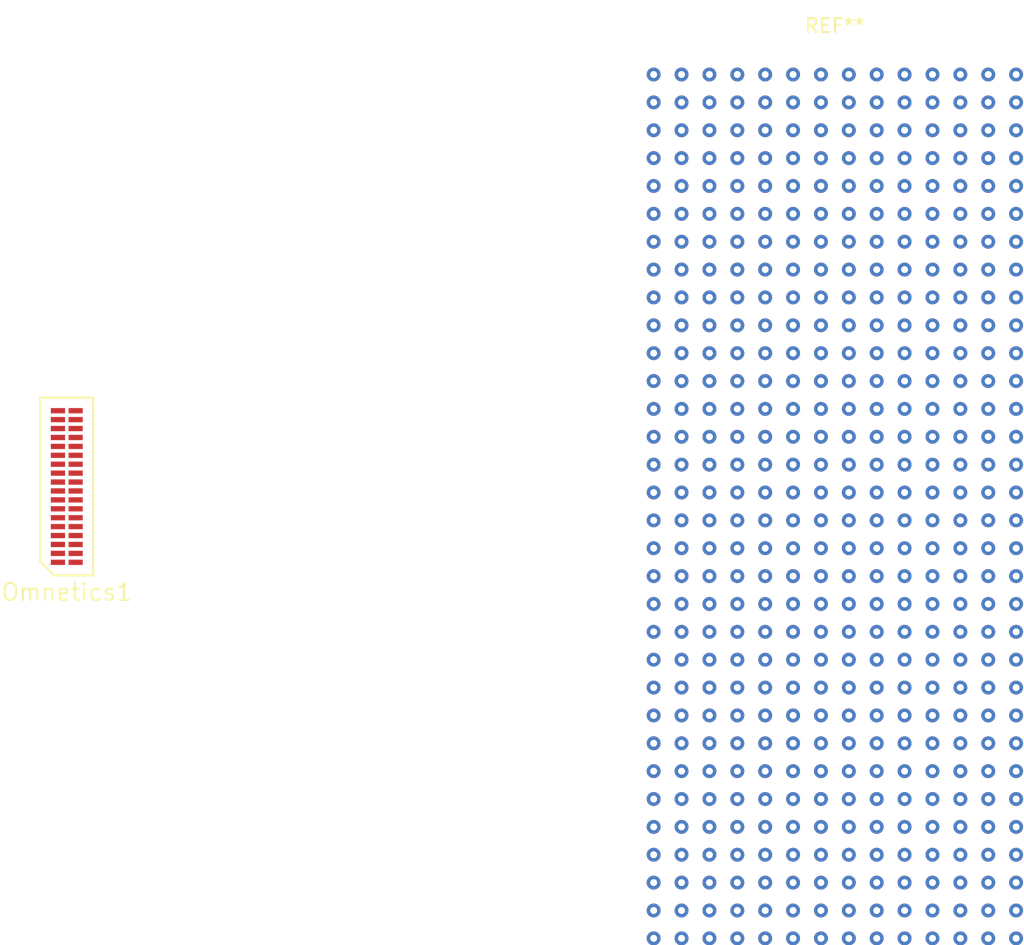
<source format=kicad_pcb>
(kicad_pcb (version 4) (host pcbnew 4.0.7)

  (general
    (links 0)
    (no_connects 0)
    (area 0 0 0 0)
    (thickness 1.6)
    (drawings 0)
    (tracks 0)
    (zones 0)
    (modules 2)
    (nets 1)
  )

  (page A4)
  (layers
    (0 F.Cu signal)
    (31 B.Cu signal)
    (32 B.Adhes user)
    (33 F.Adhes user)
    (34 B.Paste user)
    (35 F.Paste user)
    (36 B.SilkS user)
    (37 F.SilkS user)
    (38 B.Mask user)
    (39 F.Mask user)
    (40 Dwgs.User user)
    (41 Cmts.User user)
    (42 Eco1.User user)
    (43 Eco2.User user)
    (44 Edge.Cuts user)
    (45 Margin user)
    (46 B.CrtYd user)
    (47 F.CrtYd user)
    (48 B.Fab user)
    (49 F.Fab user)
  )

  (setup
    (last_trace_width 0.254)
    (trace_clearance 0.254)
    (zone_clearance 0.508)
    (zone_45_only no)
    (trace_min 0.254)
    (segment_width 0.2)
    (edge_width 0.15)
    (via_size 0.508)
    (via_drill 0.254)
    (via_min_size 0.508)
    (via_min_drill 0.254)
    (uvia_size 0.3)
    (uvia_drill 0.1)
    (uvias_allowed no)
    (uvia_min_size 0.2)
    (uvia_min_drill 0.1)
    (pcb_text_width 0.3)
    (pcb_text_size 1.5 1.5)
    (mod_edge_width 0.15)
    (mod_text_size 1 1)
    (mod_text_width 0.15)
    (pad_size 1.524 1.524)
    (pad_drill 0.762)
    (pad_to_mask_clearance 0.2)
    (aux_axis_origin 0 0)
    (visible_elements FFFFFF7F)
    (pcbplotparams
      (layerselection 0x00030_80000001)
      (usegerberextensions false)
      (excludeedgelayer true)
      (linewidth 0.100000)
      (plotframeref false)
      (viasonmask false)
      (mode 1)
      (useauxorigin false)
      (hpglpennumber 1)
      (hpglpenspeed 20)
      (hpglpendiameter 15)
      (hpglpenoverlay 2)
      (psnegative false)
      (psa4output false)
      (plotreference true)
      (plotvalue true)
      (plotinvisibletext false)
      (padsonsilk false)
      (subtractmaskfromsilk false)
      (outputformat 1)
      (mirror false)
      (drillshape 1)
      (scaleselection 1)
      (outputdirectory ""))
  )

  (net 0 "")

  (net_class Default "This is the default net class."
    (clearance 0.254)
    (trace_width 0.254)
    (via_dia 0.508)
    (via_drill 0.254)
    (uvia_dia 0.3)
    (uvia_drill 0.1)
  )

  (module local_footrpints:Samtec_Omnetics_Grid_Interconnect (layer F.Cu) (tedit 5B64EEB3) (tstamp 5B64FA84)
    (at 144 82)
    (fp_text reference REF** (at 0 0.5) (layer F.SilkS)
      (effects (font (size 1 1) (thickness 0.15)))
    )
    (fp_text value Samtec_Omnetics_Grid_Interconnect (at 0 -0.5) (layer F.Fab)
      (effects (font (size 1 1) (thickness 0.15)))
    )
    (pad A1 thru_hole circle (at -13 4) (size 1 1) (drill 0.5) (layers *.Cu *.Mask))
    (pad B1 thru_hole circle (at -11 4) (size 1 1) (drill 0.5) (layers *.Cu *.Mask))
    (pad C1 thru_hole circle (at -9 4) (size 1 1) (drill 0.5) (layers *.Cu *.Mask))
    (pad D1 thru_hole circle (at -7 4) (size 1 1) (drill 0.5) (layers *.Cu *.Mask))
    (pad E1 thru_hole circle (at -5 4) (size 1 1) (drill 0.5) (layers *.Cu *.Mask))
    (pad F1 thru_hole circle (at -3 4) (size 1 1) (drill 0.5) (layers *.Cu *.Mask))
    (pad G1 thru_hole circle (at -1 4) (size 1 1) (drill 0.5) (layers *.Cu *.Mask))
    (pad H1 thru_hole circle (at 1 4) (size 1 1) (drill 0.5) (layers *.Cu *.Mask))
    (pad I1 thru_hole circle (at 3 4) (size 1 1) (drill 0.5) (layers *.Cu *.Mask))
    (pad J1 thru_hole circle (at 5 4) (size 1 1) (drill 0.5) (layers *.Cu *.Mask))
    (pad K1 thru_hole circle (at 7 4) (size 1 1) (drill 0.5) (layers *.Cu *.Mask))
    (pad L1 thru_hole circle (at 9 4) (size 1 1) (drill 0.5) (layers *.Cu *.Mask))
    (pad M1 thru_hole circle (at 11 4) (size 1 1) (drill 0.5) (layers *.Cu *.Mask))
    (pad N1 thru_hole circle (at 13 4) (size 1 1) (drill 0.5) (layers *.Cu *.Mask))
    (pad A2 thru_hole circle (at -13 6) (size 1 1) (drill 0.5) (layers *.Cu *.Mask))
    (pad B2 thru_hole circle (at -11 6) (size 1 1) (drill 0.5) (layers *.Cu *.Mask))
    (pad C2 thru_hole circle (at -9 6) (size 1 1) (drill 0.5) (layers *.Cu *.Mask))
    (pad D2 thru_hole circle (at -7 6) (size 1 1) (drill 0.5) (layers *.Cu *.Mask))
    (pad E2 thru_hole circle (at -5 6) (size 1 1) (drill 0.5) (layers *.Cu *.Mask))
    (pad F2 thru_hole circle (at -3 6) (size 1 1) (drill 0.5) (layers *.Cu *.Mask))
    (pad G2 thru_hole circle (at -1 6) (size 1 1) (drill 0.5) (layers *.Cu *.Mask))
    (pad H2 thru_hole circle (at 1 6) (size 1 1) (drill 0.5) (layers *.Cu *.Mask))
    (pad I2 thru_hole circle (at 3 6) (size 1 1) (drill 0.5) (layers *.Cu *.Mask))
    (pad J2 thru_hole circle (at 5 6) (size 1 1) (drill 0.5) (layers *.Cu *.Mask))
    (pad K2 thru_hole circle (at 7 6) (size 1 1) (drill 0.5) (layers *.Cu *.Mask))
    (pad L2 thru_hole circle (at 9 6) (size 1 1) (drill 0.5) (layers *.Cu *.Mask))
    (pad M2 thru_hole circle (at 11 6) (size 1 1) (drill 0.5) (layers *.Cu *.Mask))
    (pad N2 thru_hole circle (at 13 6) (size 1 1) (drill 0.5) (layers *.Cu *.Mask))
    (pad A3 thru_hole circle (at -13 8) (size 1 1) (drill 0.5) (layers *.Cu *.Mask))
    (pad B3 thru_hole circle (at -11 8) (size 1 1) (drill 0.5) (layers *.Cu *.Mask))
    (pad C3 thru_hole circle (at -9 8) (size 1 1) (drill 0.5) (layers *.Cu *.Mask))
    (pad D3 thru_hole circle (at -7 8) (size 1 1) (drill 0.5) (layers *.Cu *.Mask))
    (pad E3 thru_hole circle (at -5 8) (size 1 1) (drill 0.5) (layers *.Cu *.Mask))
    (pad F3 thru_hole circle (at -3 8) (size 1 1) (drill 0.5) (layers *.Cu *.Mask))
    (pad G3 thru_hole circle (at -1 8) (size 1 1) (drill 0.5) (layers *.Cu *.Mask))
    (pad H3 thru_hole circle (at 1 8) (size 1 1) (drill 0.5) (layers *.Cu *.Mask))
    (pad I3 thru_hole circle (at 3 8) (size 1 1) (drill 0.5) (layers *.Cu *.Mask))
    (pad J3 thru_hole circle (at 5 8) (size 1 1) (drill 0.5) (layers *.Cu *.Mask))
    (pad K3 thru_hole circle (at 7 8) (size 1 1) (drill 0.5) (layers *.Cu *.Mask))
    (pad L3 thru_hole circle (at 9 8) (size 1 1) (drill 0.5) (layers *.Cu *.Mask))
    (pad M3 thru_hole circle (at 11 8) (size 1 1) (drill 0.5) (layers *.Cu *.Mask))
    (pad N3 thru_hole circle (at 13 8) (size 1 1) (drill 0.5) (layers *.Cu *.Mask))
    (pad A4 thru_hole circle (at -13 10) (size 1 1) (drill 0.5) (layers *.Cu *.Mask))
    (pad B4 thru_hole circle (at -11 10) (size 1 1) (drill 0.5) (layers *.Cu *.Mask))
    (pad C4 thru_hole circle (at -9 10) (size 1 1) (drill 0.5) (layers *.Cu *.Mask))
    (pad D4 thru_hole circle (at -7 10) (size 1 1) (drill 0.5) (layers *.Cu *.Mask))
    (pad E4 thru_hole circle (at -5 10) (size 1 1) (drill 0.5) (layers *.Cu *.Mask))
    (pad F4 thru_hole circle (at -3 10) (size 1 1) (drill 0.5) (layers *.Cu *.Mask))
    (pad G4 thru_hole circle (at -1 10) (size 1 1) (drill 0.5) (layers *.Cu *.Mask))
    (pad H4 thru_hole circle (at 1 10) (size 1 1) (drill 0.5) (layers *.Cu *.Mask))
    (pad I4 thru_hole circle (at 3 10) (size 1 1) (drill 0.5) (layers *.Cu *.Mask))
    (pad J4 thru_hole circle (at 5 10) (size 1 1) (drill 0.5) (layers *.Cu *.Mask))
    (pad K4 thru_hole circle (at 7 10) (size 1 1) (drill 0.5) (layers *.Cu *.Mask))
    (pad L4 thru_hole circle (at 9 10) (size 1 1) (drill 0.5) (layers *.Cu *.Mask))
    (pad M4 thru_hole circle (at 11 10) (size 1 1) (drill 0.5) (layers *.Cu *.Mask))
    (pad N4 thru_hole circle (at 13 10) (size 1 1) (drill 0.5) (layers *.Cu *.Mask))
    (pad A5 thru_hole circle (at -13 12) (size 1 1) (drill 0.5) (layers *.Cu *.Mask))
    (pad B5 thru_hole circle (at -11 12) (size 1 1) (drill 0.5) (layers *.Cu *.Mask))
    (pad C5 thru_hole circle (at -9 12) (size 1 1) (drill 0.5) (layers *.Cu *.Mask))
    (pad D5 thru_hole circle (at -7 12) (size 1 1) (drill 0.5) (layers *.Cu *.Mask))
    (pad E5 thru_hole circle (at -5 12) (size 1 1) (drill 0.5) (layers *.Cu *.Mask))
    (pad F5 thru_hole circle (at -3 12) (size 1 1) (drill 0.5) (layers *.Cu *.Mask))
    (pad G5 thru_hole circle (at -1 12) (size 1 1) (drill 0.5) (layers *.Cu *.Mask))
    (pad H5 thru_hole circle (at 1 12) (size 1 1) (drill 0.5) (layers *.Cu *.Mask))
    (pad I5 thru_hole circle (at 3 12) (size 1 1) (drill 0.5) (layers *.Cu *.Mask))
    (pad J5 thru_hole circle (at 5 12) (size 1 1) (drill 0.5) (layers *.Cu *.Mask))
    (pad K5 thru_hole circle (at 7 12) (size 1 1) (drill 0.5) (layers *.Cu *.Mask))
    (pad L5 thru_hole circle (at 9 12) (size 1 1) (drill 0.5) (layers *.Cu *.Mask))
    (pad M5 thru_hole circle (at 11 12) (size 1 1) (drill 0.5) (layers *.Cu *.Mask))
    (pad N5 thru_hole circle (at 13 12) (size 1 1) (drill 0.5) (layers *.Cu *.Mask))
    (pad A6 thru_hole circle (at -13 14) (size 1 1) (drill 0.5) (layers *.Cu *.Mask))
    (pad B6 thru_hole circle (at -11 14) (size 1 1) (drill 0.5) (layers *.Cu *.Mask))
    (pad C6 thru_hole circle (at -9 14) (size 1 1) (drill 0.5) (layers *.Cu *.Mask))
    (pad D6 thru_hole circle (at -7 14) (size 1 1) (drill 0.5) (layers *.Cu *.Mask))
    (pad E6 thru_hole circle (at -5 14) (size 1 1) (drill 0.5) (layers *.Cu *.Mask))
    (pad F6 thru_hole circle (at -3 14) (size 1 1) (drill 0.5) (layers *.Cu *.Mask))
    (pad G6 thru_hole circle (at -1 14) (size 1 1) (drill 0.5) (layers *.Cu *.Mask))
    (pad H6 thru_hole circle (at 1 14) (size 1 1) (drill 0.5) (layers *.Cu *.Mask))
    (pad I6 thru_hole circle (at 3 14) (size 1 1) (drill 0.5) (layers *.Cu *.Mask))
    (pad J6 thru_hole circle (at 5 14) (size 1 1) (drill 0.5) (layers *.Cu *.Mask))
    (pad K6 thru_hole circle (at 7 14) (size 1 1) (drill 0.5) (layers *.Cu *.Mask))
    (pad L6 thru_hole circle (at 9 14) (size 1 1) (drill 0.5) (layers *.Cu *.Mask))
    (pad M6 thru_hole circle (at 11 14) (size 1 1) (drill 0.5) (layers *.Cu *.Mask))
    (pad N6 thru_hole circle (at 13 14) (size 1 1) (drill 0.5) (layers *.Cu *.Mask))
    (pad A7 thru_hole circle (at -13 16) (size 1 1) (drill 0.5) (layers *.Cu *.Mask))
    (pad B7 thru_hole circle (at -11 16) (size 1 1) (drill 0.5) (layers *.Cu *.Mask))
    (pad C7 thru_hole circle (at -9 16) (size 1 1) (drill 0.5) (layers *.Cu *.Mask))
    (pad D7 thru_hole circle (at -7 16) (size 1 1) (drill 0.5) (layers *.Cu *.Mask))
    (pad E7 thru_hole circle (at -5 16) (size 1 1) (drill 0.5) (layers *.Cu *.Mask))
    (pad F7 thru_hole circle (at -3 16) (size 1 1) (drill 0.5) (layers *.Cu *.Mask))
    (pad G7 thru_hole circle (at -1 16) (size 1 1) (drill 0.5) (layers *.Cu *.Mask))
    (pad H7 thru_hole circle (at 1 16) (size 1 1) (drill 0.5) (layers *.Cu *.Mask))
    (pad I7 thru_hole circle (at 3 16) (size 1 1) (drill 0.5) (layers *.Cu *.Mask))
    (pad J7 thru_hole circle (at 5 16) (size 1 1) (drill 0.5) (layers *.Cu *.Mask))
    (pad K7 thru_hole circle (at 7 16) (size 1 1) (drill 0.5) (layers *.Cu *.Mask))
    (pad L7 thru_hole circle (at 9 16) (size 1 1) (drill 0.5) (layers *.Cu *.Mask))
    (pad M7 thru_hole circle (at 11 16) (size 1 1) (drill 0.5) (layers *.Cu *.Mask))
    (pad N7 thru_hole circle (at 13 16) (size 1 1) (drill 0.5) (layers *.Cu *.Mask))
    (pad A8 thru_hole circle (at -13 18) (size 1 1) (drill 0.5) (layers *.Cu *.Mask))
    (pad B8 thru_hole circle (at -11 18) (size 1 1) (drill 0.5) (layers *.Cu *.Mask))
    (pad C8 thru_hole circle (at -9 18) (size 1 1) (drill 0.5) (layers *.Cu *.Mask))
    (pad D8 thru_hole circle (at -7 18) (size 1 1) (drill 0.5) (layers *.Cu *.Mask))
    (pad E8 thru_hole circle (at -5 18) (size 1 1) (drill 0.5) (layers *.Cu *.Mask))
    (pad F8 thru_hole circle (at -3 18) (size 1 1) (drill 0.5) (layers *.Cu *.Mask))
    (pad G8 thru_hole circle (at -1 18) (size 1 1) (drill 0.5) (layers *.Cu *.Mask))
    (pad H8 thru_hole circle (at 1 18) (size 1 1) (drill 0.5) (layers *.Cu *.Mask))
    (pad I8 thru_hole circle (at 3 18) (size 1 1) (drill 0.5) (layers *.Cu *.Mask))
    (pad J8 thru_hole circle (at 5 18) (size 1 1) (drill 0.5) (layers *.Cu *.Mask))
    (pad K8 thru_hole circle (at 7 18) (size 1 1) (drill 0.5) (layers *.Cu *.Mask))
    (pad L8 thru_hole circle (at 9 18) (size 1 1) (drill 0.5) (layers *.Cu *.Mask))
    (pad M8 thru_hole circle (at 11 18) (size 1 1) (drill 0.5) (layers *.Cu *.Mask))
    (pad N8 thru_hole circle (at 13 18) (size 1 1) (drill 0.5) (layers *.Cu *.Mask))
    (pad A9 thru_hole circle (at -13 20) (size 1 1) (drill 0.5) (layers *.Cu *.Mask))
    (pad B9 thru_hole circle (at -11 20) (size 1 1) (drill 0.5) (layers *.Cu *.Mask))
    (pad C9 thru_hole circle (at -9 20) (size 1 1) (drill 0.5) (layers *.Cu *.Mask))
    (pad D9 thru_hole circle (at -7 20) (size 1 1) (drill 0.5) (layers *.Cu *.Mask))
    (pad E9 thru_hole circle (at -5 20) (size 1 1) (drill 0.5) (layers *.Cu *.Mask))
    (pad F9 thru_hole circle (at -3 20) (size 1 1) (drill 0.5) (layers *.Cu *.Mask))
    (pad G9 thru_hole circle (at -1 20) (size 1 1) (drill 0.5) (layers *.Cu *.Mask))
    (pad H9 thru_hole circle (at 1 20) (size 1 1) (drill 0.5) (layers *.Cu *.Mask))
    (pad I9 thru_hole circle (at 3 20) (size 1 1) (drill 0.5) (layers *.Cu *.Mask))
    (pad J9 thru_hole circle (at 5 20) (size 1 1) (drill 0.5) (layers *.Cu *.Mask))
    (pad K9 thru_hole circle (at 7 20) (size 1 1) (drill 0.5) (layers *.Cu *.Mask))
    (pad L9 thru_hole circle (at 9 20) (size 1 1) (drill 0.5) (layers *.Cu *.Mask))
    (pad M9 thru_hole circle (at 11 20) (size 1 1) (drill 0.5) (layers *.Cu *.Mask))
    (pad N9 thru_hole circle (at 13 20) (size 1 1) (drill 0.5) (layers *.Cu *.Mask))
    (pad A10 thru_hole circle (at -13 22) (size 1 1) (drill 0.5) (layers *.Cu *.Mask))
    (pad B10 thru_hole circle (at -11 22) (size 1 1) (drill 0.5) (layers *.Cu *.Mask))
    (pad C10 thru_hole circle (at -9 22) (size 1 1) (drill 0.5) (layers *.Cu *.Mask))
    (pad D10 thru_hole circle (at -7 22) (size 1 1) (drill 0.5) (layers *.Cu *.Mask))
    (pad E10 thru_hole circle (at -5 22) (size 1 1) (drill 0.5) (layers *.Cu *.Mask))
    (pad F10 thru_hole circle (at -3 22) (size 1 1) (drill 0.5) (layers *.Cu *.Mask))
    (pad G10 thru_hole circle (at -1 22) (size 1 1) (drill 0.5) (layers *.Cu *.Mask))
    (pad H10 thru_hole circle (at 1 22) (size 1 1) (drill 0.5) (layers *.Cu *.Mask))
    (pad I10 thru_hole circle (at 3 22) (size 1 1) (drill 0.5) (layers *.Cu *.Mask))
    (pad J10 thru_hole circle (at 5 22) (size 1 1) (drill 0.5) (layers *.Cu *.Mask))
    (pad K10 thru_hole circle (at 7 22) (size 1 1) (drill 0.5) (layers *.Cu *.Mask))
    (pad L10 thru_hole circle (at 9 22) (size 1 1) (drill 0.5) (layers *.Cu *.Mask))
    (pad M10 thru_hole circle (at 11 22) (size 1 1) (drill 0.5) (layers *.Cu *.Mask))
    (pad N10 thru_hole circle (at 13 22) (size 1 1) (drill 0.5) (layers *.Cu *.Mask))
    (pad A11 thru_hole circle (at -13 24) (size 1 1) (drill 0.5) (layers *.Cu *.Mask))
    (pad B11 thru_hole circle (at -11 24) (size 1 1) (drill 0.5) (layers *.Cu *.Mask))
    (pad C11 thru_hole circle (at -9 24) (size 1 1) (drill 0.5) (layers *.Cu *.Mask))
    (pad D11 thru_hole circle (at -7 24) (size 1 1) (drill 0.5) (layers *.Cu *.Mask))
    (pad E11 thru_hole circle (at -5 24) (size 1 1) (drill 0.5) (layers *.Cu *.Mask))
    (pad F11 thru_hole circle (at -3 24) (size 1 1) (drill 0.5) (layers *.Cu *.Mask))
    (pad G11 thru_hole circle (at -1 24) (size 1 1) (drill 0.5) (layers *.Cu *.Mask))
    (pad H11 thru_hole circle (at 1 24) (size 1 1) (drill 0.5) (layers *.Cu *.Mask))
    (pad I11 thru_hole circle (at 3 24) (size 1 1) (drill 0.5) (layers *.Cu *.Mask))
    (pad J11 thru_hole circle (at 5 24) (size 1 1) (drill 0.5) (layers *.Cu *.Mask))
    (pad K11 thru_hole circle (at 7 24) (size 1 1) (drill 0.5) (layers *.Cu *.Mask))
    (pad L11 thru_hole circle (at 9 24) (size 1 1) (drill 0.5) (layers *.Cu *.Mask))
    (pad M11 thru_hole circle (at 11 24) (size 1 1) (drill 0.5) (layers *.Cu *.Mask))
    (pad N11 thru_hole circle (at 13 24) (size 1 1) (drill 0.5) (layers *.Cu *.Mask))
    (pad A12 thru_hole circle (at -13 26) (size 1 1) (drill 0.5) (layers *.Cu *.Mask))
    (pad B12 thru_hole circle (at -11 26) (size 1 1) (drill 0.5) (layers *.Cu *.Mask))
    (pad C12 thru_hole circle (at -9 26) (size 1 1) (drill 0.5) (layers *.Cu *.Mask))
    (pad D12 thru_hole circle (at -7 26) (size 1 1) (drill 0.5) (layers *.Cu *.Mask))
    (pad E12 thru_hole circle (at -5 26) (size 1 1) (drill 0.5) (layers *.Cu *.Mask))
    (pad F12 thru_hole circle (at -3 26) (size 1 1) (drill 0.5) (layers *.Cu *.Mask))
    (pad G12 thru_hole circle (at -1 26) (size 1 1) (drill 0.5) (layers *.Cu *.Mask))
    (pad H12 thru_hole circle (at 1 26) (size 1 1) (drill 0.5) (layers *.Cu *.Mask))
    (pad I12 thru_hole circle (at 3 26) (size 1 1) (drill 0.5) (layers *.Cu *.Mask))
    (pad J12 thru_hole circle (at 5 26) (size 1 1) (drill 0.5) (layers *.Cu *.Mask))
    (pad K12 thru_hole circle (at 7 26) (size 1 1) (drill 0.5) (layers *.Cu *.Mask))
    (pad L12 thru_hole circle (at 9 26) (size 1 1) (drill 0.5) (layers *.Cu *.Mask))
    (pad M12 thru_hole circle (at 11 26) (size 1 1) (drill 0.5) (layers *.Cu *.Mask))
    (pad N12 thru_hole circle (at 13 26) (size 1 1) (drill 0.5) (layers *.Cu *.Mask))
    (pad A13 thru_hole circle (at -13 28) (size 1 1) (drill 0.5) (layers *.Cu *.Mask))
    (pad B13 thru_hole circle (at -11 28) (size 1 1) (drill 0.5) (layers *.Cu *.Mask))
    (pad C13 thru_hole circle (at -9 28) (size 1 1) (drill 0.5) (layers *.Cu *.Mask))
    (pad D13 thru_hole circle (at -7 28) (size 1 1) (drill 0.5) (layers *.Cu *.Mask))
    (pad E13 thru_hole circle (at -5 28) (size 1 1) (drill 0.5) (layers *.Cu *.Mask))
    (pad F13 thru_hole circle (at -3 28) (size 1 1) (drill 0.5) (layers *.Cu *.Mask))
    (pad G13 thru_hole circle (at -1 28) (size 1 1) (drill 0.5) (layers *.Cu *.Mask))
    (pad H13 thru_hole circle (at 1 28) (size 1 1) (drill 0.5) (layers *.Cu *.Mask))
    (pad I13 thru_hole circle (at 3 28) (size 1 1) (drill 0.5) (layers *.Cu *.Mask))
    (pad J13 thru_hole circle (at 5 28) (size 1 1) (drill 0.5) (layers *.Cu *.Mask))
    (pad K13 thru_hole circle (at 7 28) (size 1 1) (drill 0.5) (layers *.Cu *.Mask))
    (pad L13 thru_hole circle (at 9 28) (size 1 1) (drill 0.5) (layers *.Cu *.Mask))
    (pad M13 thru_hole circle (at 11 28) (size 1 1) (drill 0.5) (layers *.Cu *.Mask))
    (pad N13 thru_hole circle (at 13 28) (size 1 1) (drill 0.5) (layers *.Cu *.Mask))
    (pad A14 thru_hole circle (at -13 30) (size 1 1) (drill 0.5) (layers *.Cu *.Mask))
    (pad B14 thru_hole circle (at -11 30) (size 1 1) (drill 0.5) (layers *.Cu *.Mask))
    (pad C14 thru_hole circle (at -9 30) (size 1 1) (drill 0.5) (layers *.Cu *.Mask))
    (pad D14 thru_hole circle (at -7 30) (size 1 1) (drill 0.5) (layers *.Cu *.Mask))
    (pad E14 thru_hole circle (at -5 30) (size 1 1) (drill 0.5) (layers *.Cu *.Mask))
    (pad F14 thru_hole circle (at -3 30) (size 1 1) (drill 0.5) (layers *.Cu *.Mask))
    (pad G14 thru_hole circle (at -1 30) (size 1 1) (drill 0.5) (layers *.Cu *.Mask))
    (pad H14 thru_hole circle (at 1 30) (size 1 1) (drill 0.5) (layers *.Cu *.Mask))
    (pad I14 thru_hole circle (at 3 30) (size 1 1) (drill 0.5) (layers *.Cu *.Mask))
    (pad J14 thru_hole circle (at 5 30) (size 1 1) (drill 0.5) (layers *.Cu *.Mask))
    (pad K14 thru_hole circle (at 7 30) (size 1 1) (drill 0.5) (layers *.Cu *.Mask))
    (pad L14 thru_hole circle (at 9 30) (size 1 1) (drill 0.5) (layers *.Cu *.Mask))
    (pad M14 thru_hole circle (at 11 30) (size 1 1) (drill 0.5) (layers *.Cu *.Mask))
    (pad N14 thru_hole circle (at 13 30) (size 1 1) (drill 0.5) (layers *.Cu *.Mask))
    (pad A15 thru_hole circle (at -13 32) (size 1 1) (drill 0.5) (layers *.Cu *.Mask))
    (pad B15 thru_hole circle (at -11 32) (size 1 1) (drill 0.5) (layers *.Cu *.Mask))
    (pad C15 thru_hole circle (at -9 32) (size 1 1) (drill 0.5) (layers *.Cu *.Mask))
    (pad D15 thru_hole circle (at -7 32) (size 1 1) (drill 0.5) (layers *.Cu *.Mask))
    (pad E15 thru_hole circle (at -5 32) (size 1 1) (drill 0.5) (layers *.Cu *.Mask))
    (pad F15 thru_hole circle (at -3 32) (size 1 1) (drill 0.5) (layers *.Cu *.Mask))
    (pad G15 thru_hole circle (at -1 32) (size 1 1) (drill 0.5) (layers *.Cu *.Mask))
    (pad H15 thru_hole circle (at 1 32) (size 1 1) (drill 0.5) (layers *.Cu *.Mask))
    (pad I15 thru_hole circle (at 3 32) (size 1 1) (drill 0.5) (layers *.Cu *.Mask))
    (pad J15 thru_hole circle (at 5 32) (size 1 1) (drill 0.5) (layers *.Cu *.Mask))
    (pad K15 thru_hole circle (at 7 32) (size 1 1) (drill 0.5) (layers *.Cu *.Mask))
    (pad L15 thru_hole circle (at 9 32) (size 1 1) (drill 0.5) (layers *.Cu *.Mask))
    (pad M15 thru_hole circle (at 11 32) (size 1 1) (drill 0.5) (layers *.Cu *.Mask))
    (pad N15 thru_hole circle (at 13 32) (size 1 1) (drill 0.5) (layers *.Cu *.Mask))
    (pad A16 thru_hole circle (at -13 34) (size 1 1) (drill 0.5) (layers *.Cu *.Mask))
    (pad B16 thru_hole circle (at -11 34) (size 1 1) (drill 0.5) (layers *.Cu *.Mask))
    (pad C16 thru_hole circle (at -9 34) (size 1 1) (drill 0.5) (layers *.Cu *.Mask))
    (pad D16 thru_hole circle (at -7 34) (size 1 1) (drill 0.5) (layers *.Cu *.Mask))
    (pad E16 thru_hole circle (at -5 34) (size 1 1) (drill 0.5) (layers *.Cu *.Mask))
    (pad F16 thru_hole circle (at -3 34) (size 1 1) (drill 0.5) (layers *.Cu *.Mask))
    (pad G16 thru_hole circle (at -1 34) (size 1 1) (drill 0.5) (layers *.Cu *.Mask))
    (pad H16 thru_hole circle (at 1 34) (size 1 1) (drill 0.5) (layers *.Cu *.Mask))
    (pad I16 thru_hole circle (at 3 34) (size 1 1) (drill 0.5) (layers *.Cu *.Mask))
    (pad J16 thru_hole circle (at 5 34) (size 1 1) (drill 0.5) (layers *.Cu *.Mask))
    (pad K16 thru_hole circle (at 7 34) (size 1 1) (drill 0.5) (layers *.Cu *.Mask))
    (pad L16 thru_hole circle (at 9 34) (size 1 1) (drill 0.5) (layers *.Cu *.Mask))
    (pad M16 thru_hole circle (at 11 34) (size 1 1) (drill 0.5) (layers *.Cu *.Mask))
    (pad N16 thru_hole circle (at 13 34) (size 1 1) (drill 0.5) (layers *.Cu *.Mask))
    (pad A17 thru_hole circle (at -13 36) (size 1 1) (drill 0.5) (layers *.Cu *.Mask))
    (pad B17 thru_hole circle (at -11 36) (size 1 1) (drill 0.5) (layers *.Cu *.Mask))
    (pad C17 thru_hole circle (at -9 36) (size 1 1) (drill 0.5) (layers *.Cu *.Mask))
    (pad D17 thru_hole circle (at -7 36) (size 1 1) (drill 0.5) (layers *.Cu *.Mask))
    (pad E17 thru_hole circle (at -5 36) (size 1 1) (drill 0.5) (layers *.Cu *.Mask))
    (pad F17 thru_hole circle (at -3 36) (size 1 1) (drill 0.5) (layers *.Cu *.Mask))
    (pad G17 thru_hole circle (at -1 36) (size 1 1) (drill 0.5) (layers *.Cu *.Mask))
    (pad H17 thru_hole circle (at 1 36) (size 1 1) (drill 0.5) (layers *.Cu *.Mask))
    (pad I17 thru_hole circle (at 3 36) (size 1 1) (drill 0.5) (layers *.Cu *.Mask))
    (pad J17 thru_hole circle (at 5 36) (size 1 1) (drill 0.5) (layers *.Cu *.Mask))
    (pad K17 thru_hole circle (at 7 36) (size 1 1) (drill 0.5) (layers *.Cu *.Mask))
    (pad L17 thru_hole circle (at 9 36) (size 1 1) (drill 0.5) (layers *.Cu *.Mask))
    (pad M17 thru_hole circle (at 11 36) (size 1 1) (drill 0.5) (layers *.Cu *.Mask))
    (pad N17 thru_hole circle (at 13 36) (size 1 1) (drill 0.5) (layers *.Cu *.Mask))
    (pad A18 thru_hole circle (at -13 38) (size 1 1) (drill 0.5) (layers *.Cu *.Mask))
    (pad B18 thru_hole circle (at -11 38) (size 1 1) (drill 0.5) (layers *.Cu *.Mask))
    (pad C18 thru_hole circle (at -9 38) (size 1 1) (drill 0.5) (layers *.Cu *.Mask))
    (pad D18 thru_hole circle (at -7 38) (size 1 1) (drill 0.5) (layers *.Cu *.Mask))
    (pad E18 thru_hole circle (at -5 38) (size 1 1) (drill 0.5) (layers *.Cu *.Mask))
    (pad F18 thru_hole circle (at -3 38) (size 1 1) (drill 0.5) (layers *.Cu *.Mask))
    (pad G18 thru_hole circle (at -1 38) (size 1 1) (drill 0.5) (layers *.Cu *.Mask))
    (pad H18 thru_hole circle (at 1 38) (size 1 1) (drill 0.5) (layers *.Cu *.Mask))
    (pad I18 thru_hole circle (at 3 38) (size 1 1) (drill 0.5) (layers *.Cu *.Mask))
    (pad J18 thru_hole circle (at 5 38) (size 1 1) (drill 0.5) (layers *.Cu *.Mask))
    (pad K18 thru_hole circle (at 7 38) (size 1 1) (drill 0.5) (layers *.Cu *.Mask))
    (pad L18 thru_hole circle (at 9 38) (size 1 1) (drill 0.5) (layers *.Cu *.Mask))
    (pad M18 thru_hole circle (at 11 38) (size 1 1) (drill 0.5) (layers *.Cu *.Mask))
    (pad N18 thru_hole circle (at 13 38) (size 1 1) (drill 0.5) (layers *.Cu *.Mask))
    (pad A19 thru_hole circle (at -13 40) (size 1 1) (drill 0.5) (layers *.Cu *.Mask))
    (pad B19 thru_hole circle (at -11 40) (size 1 1) (drill 0.5) (layers *.Cu *.Mask))
    (pad C19 thru_hole circle (at -9 40) (size 1 1) (drill 0.5) (layers *.Cu *.Mask))
    (pad D19 thru_hole circle (at -7 40) (size 1 1) (drill 0.5) (layers *.Cu *.Mask))
    (pad E19 thru_hole circle (at -5 40) (size 1 1) (drill 0.5) (layers *.Cu *.Mask))
    (pad F19 thru_hole circle (at -3 40) (size 1 1) (drill 0.5) (layers *.Cu *.Mask))
    (pad G19 thru_hole circle (at -1 40) (size 1 1) (drill 0.5) (layers *.Cu *.Mask))
    (pad H19 thru_hole circle (at 1 40) (size 1 1) (drill 0.5) (layers *.Cu *.Mask))
    (pad I19 thru_hole circle (at 3 40) (size 1 1) (drill 0.5) (layers *.Cu *.Mask))
    (pad J19 thru_hole circle (at 5 40) (size 1 1) (drill 0.5) (layers *.Cu *.Mask))
    (pad K19 thru_hole circle (at 7 40) (size 1 1) (drill 0.5) (layers *.Cu *.Mask))
    (pad L19 thru_hole circle (at 9 40) (size 1 1) (drill 0.5) (layers *.Cu *.Mask))
    (pad M19 thru_hole circle (at 11 40) (size 1 1) (drill 0.5) (layers *.Cu *.Mask))
    (pad N19 thru_hole circle (at 13 40) (size 1 1) (drill 0.5) (layers *.Cu *.Mask))
    (pad A20 thru_hole circle (at -13 42) (size 1 1) (drill 0.5) (layers *.Cu *.Mask))
    (pad B20 thru_hole circle (at -11 42) (size 1 1) (drill 0.5) (layers *.Cu *.Mask))
    (pad C20 thru_hole circle (at -9 42) (size 1 1) (drill 0.5) (layers *.Cu *.Mask))
    (pad D20 thru_hole circle (at -7 42) (size 1 1) (drill 0.5) (layers *.Cu *.Mask))
    (pad E20 thru_hole circle (at -5 42) (size 1 1) (drill 0.5) (layers *.Cu *.Mask))
    (pad F20 thru_hole circle (at -3 42) (size 1 1) (drill 0.5) (layers *.Cu *.Mask))
    (pad G20 thru_hole circle (at -1 42) (size 1 1) (drill 0.5) (layers *.Cu *.Mask))
    (pad H20 thru_hole circle (at 1 42) (size 1 1) (drill 0.5) (layers *.Cu *.Mask))
    (pad I20 thru_hole circle (at 3 42) (size 1 1) (drill 0.5) (layers *.Cu *.Mask))
    (pad J20 thru_hole circle (at 5 42) (size 1 1) (drill 0.5) (layers *.Cu *.Mask))
    (pad K20 thru_hole circle (at 7 42) (size 1 1) (drill 0.5) (layers *.Cu *.Mask))
    (pad L20 thru_hole circle (at 9 42) (size 1 1) (drill 0.5) (layers *.Cu *.Mask))
    (pad M20 thru_hole circle (at 11 42) (size 1 1) (drill 0.5) (layers *.Cu *.Mask))
    (pad N20 thru_hole circle (at 13 42) (size 1 1) (drill 0.5) (layers *.Cu *.Mask))
    (pad A21 thru_hole circle (at -13 44) (size 1 1) (drill 0.5) (layers *.Cu *.Mask))
    (pad B21 thru_hole circle (at -11 44) (size 1 1) (drill 0.5) (layers *.Cu *.Mask))
    (pad C21 thru_hole circle (at -9 44) (size 1 1) (drill 0.5) (layers *.Cu *.Mask))
    (pad D21 thru_hole circle (at -7 44) (size 1 1) (drill 0.5) (layers *.Cu *.Mask))
    (pad E21 thru_hole circle (at -5 44) (size 1 1) (drill 0.5) (layers *.Cu *.Mask))
    (pad F21 thru_hole circle (at -3 44) (size 1 1) (drill 0.5) (layers *.Cu *.Mask))
    (pad G21 thru_hole circle (at -1 44) (size 1 1) (drill 0.5) (layers *.Cu *.Mask))
    (pad H21 thru_hole circle (at 1 44) (size 1 1) (drill 0.5) (layers *.Cu *.Mask))
    (pad I21 thru_hole circle (at 3 44) (size 1 1) (drill 0.5) (layers *.Cu *.Mask))
    (pad J21 thru_hole circle (at 5 44) (size 1 1) (drill 0.5) (layers *.Cu *.Mask))
    (pad K21 thru_hole circle (at 7 44) (size 1 1) (drill 0.5) (layers *.Cu *.Mask))
    (pad L21 thru_hole circle (at 9 44) (size 1 1) (drill 0.5) (layers *.Cu *.Mask))
    (pad M21 thru_hole circle (at 11 44) (size 1 1) (drill 0.5) (layers *.Cu *.Mask))
    (pad N21 thru_hole circle (at 13 44) (size 1 1) (drill 0.5) (layers *.Cu *.Mask))
    (pad A22 thru_hole circle (at -13 46) (size 1 1) (drill 0.5) (layers *.Cu *.Mask))
    (pad B22 thru_hole circle (at -11 46) (size 1 1) (drill 0.5) (layers *.Cu *.Mask))
    (pad C22 thru_hole circle (at -9 46) (size 1 1) (drill 0.5) (layers *.Cu *.Mask))
    (pad D22 thru_hole circle (at -7 46) (size 1 1) (drill 0.5) (layers *.Cu *.Mask))
    (pad E22 thru_hole circle (at -5 46) (size 1 1) (drill 0.5) (layers *.Cu *.Mask))
    (pad F22 thru_hole circle (at -3 46) (size 1 1) (drill 0.5) (layers *.Cu *.Mask))
    (pad G22 thru_hole circle (at -1 46) (size 1 1) (drill 0.5) (layers *.Cu *.Mask))
    (pad H22 thru_hole circle (at 1 46) (size 1 1) (drill 0.5) (layers *.Cu *.Mask))
    (pad I22 thru_hole circle (at 3 46) (size 1 1) (drill 0.5) (layers *.Cu *.Mask))
    (pad J22 thru_hole circle (at 5 46) (size 1 1) (drill 0.5) (layers *.Cu *.Mask))
    (pad K22 thru_hole circle (at 7 46) (size 1 1) (drill 0.5) (layers *.Cu *.Mask))
    (pad L22 thru_hole circle (at 9 46) (size 1 1) (drill 0.5) (layers *.Cu *.Mask))
    (pad M22 thru_hole circle (at 11 46) (size 1 1) (drill 0.5) (layers *.Cu *.Mask))
    (pad N22 thru_hole circle (at 13 46) (size 1 1) (drill 0.5) (layers *.Cu *.Mask))
    (pad A23 thru_hole circle (at -13 48) (size 1 1) (drill 0.5) (layers *.Cu *.Mask))
    (pad B23 thru_hole circle (at -11 48) (size 1 1) (drill 0.5) (layers *.Cu *.Mask))
    (pad C23 thru_hole circle (at -9 48) (size 1 1) (drill 0.5) (layers *.Cu *.Mask))
    (pad D23 thru_hole circle (at -7 48) (size 1 1) (drill 0.5) (layers *.Cu *.Mask))
    (pad E23 thru_hole circle (at -5 48) (size 1 1) (drill 0.5) (layers *.Cu *.Mask))
    (pad F23 thru_hole circle (at -3 48) (size 1 1) (drill 0.5) (layers *.Cu *.Mask))
    (pad G23 thru_hole circle (at -1 48) (size 1 1) (drill 0.5) (layers *.Cu *.Mask))
    (pad H23 thru_hole circle (at 1 48) (size 1 1) (drill 0.5) (layers *.Cu *.Mask))
    (pad I23 thru_hole circle (at 3 48) (size 1 1) (drill 0.5) (layers *.Cu *.Mask))
    (pad J23 thru_hole circle (at 5 48) (size 1 1) (drill 0.5) (layers *.Cu *.Mask))
    (pad K23 thru_hole circle (at 7 48) (size 1 1) (drill 0.5) (layers *.Cu *.Mask))
    (pad L23 thru_hole circle (at 9 48) (size 1 1) (drill 0.5) (layers *.Cu *.Mask))
    (pad M23 thru_hole circle (at 11 48) (size 1 1) (drill 0.5) (layers *.Cu *.Mask))
    (pad N23 thru_hole circle (at 13 48) (size 1 1) (drill 0.5) (layers *.Cu *.Mask))
    (pad A24 thru_hole circle (at -13 50) (size 1 1) (drill 0.5) (layers *.Cu *.Mask))
    (pad B24 thru_hole circle (at -11 50) (size 1 1) (drill 0.5) (layers *.Cu *.Mask))
    (pad C24 thru_hole circle (at -9 50) (size 1 1) (drill 0.5) (layers *.Cu *.Mask))
    (pad D24 thru_hole circle (at -7 50) (size 1 1) (drill 0.5) (layers *.Cu *.Mask))
    (pad E24 thru_hole circle (at -5 50) (size 1 1) (drill 0.5) (layers *.Cu *.Mask))
    (pad F24 thru_hole circle (at -3 50) (size 1 1) (drill 0.5) (layers *.Cu *.Mask))
    (pad G24 thru_hole circle (at -1 50) (size 1 1) (drill 0.5) (layers *.Cu *.Mask))
    (pad H24 thru_hole circle (at 1 50) (size 1 1) (drill 0.5) (layers *.Cu *.Mask))
    (pad I24 thru_hole circle (at 3 50) (size 1 1) (drill 0.5) (layers *.Cu *.Mask))
    (pad J24 thru_hole circle (at 5 50) (size 1 1) (drill 0.5) (layers *.Cu *.Mask))
    (pad K24 thru_hole circle (at 7 50) (size 1 1) (drill 0.5) (layers *.Cu *.Mask))
    (pad L24 thru_hole circle (at 9 50) (size 1 1) (drill 0.5) (layers *.Cu *.Mask))
    (pad M24 thru_hole circle (at 11 50) (size 1 1) (drill 0.5) (layers *.Cu *.Mask))
    (pad N24 thru_hole circle (at 13 50) (size 1 1) (drill 0.5) (layers *.Cu *.Mask))
    (pad A25 thru_hole circle (at -13 52) (size 1 1) (drill 0.5) (layers *.Cu *.Mask))
    (pad B25 thru_hole circle (at -11 52) (size 1 1) (drill 0.5) (layers *.Cu *.Mask))
    (pad C25 thru_hole circle (at -9 52) (size 1 1) (drill 0.5) (layers *.Cu *.Mask))
    (pad D25 thru_hole circle (at -7 52) (size 1 1) (drill 0.5) (layers *.Cu *.Mask))
    (pad E25 thru_hole circle (at -5 52) (size 1 1) (drill 0.5) (layers *.Cu *.Mask))
    (pad F25 thru_hole circle (at -3 52) (size 1 1) (drill 0.5) (layers *.Cu *.Mask))
    (pad G25 thru_hole circle (at -1 52) (size 1 1) (drill 0.5) (layers *.Cu *.Mask))
    (pad H25 thru_hole circle (at 1 52) (size 1 1) (drill 0.5) (layers *.Cu *.Mask))
    (pad I25 thru_hole circle (at 3 52) (size 1 1) (drill 0.5) (layers *.Cu *.Mask))
    (pad J25 thru_hole circle (at 5 52) (size 1 1) (drill 0.5) (layers *.Cu *.Mask))
    (pad K25 thru_hole circle (at 7 52) (size 1 1) (drill 0.5) (layers *.Cu *.Mask))
    (pad L25 thru_hole circle (at 9 52) (size 1 1) (drill 0.5) (layers *.Cu *.Mask))
    (pad M25 thru_hole circle (at 11 52) (size 1 1) (drill 0.5) (layers *.Cu *.Mask))
    (pad N25 thru_hole circle (at 13 52) (size 1 1) (drill 0.5) (layers *.Cu *.Mask))
    (pad A26 thru_hole circle (at -13 54) (size 1 1) (drill 0.5) (layers *.Cu *.Mask))
    (pad B26 thru_hole circle (at -11 54) (size 1 1) (drill 0.5) (layers *.Cu *.Mask))
    (pad C26 thru_hole circle (at -9 54) (size 1 1) (drill 0.5) (layers *.Cu *.Mask))
    (pad D26 thru_hole circle (at -7 54) (size 1 1) (drill 0.5) (layers *.Cu *.Mask))
    (pad E26 thru_hole circle (at -5 54) (size 1 1) (drill 0.5) (layers *.Cu *.Mask))
    (pad F26 thru_hole circle (at -3 54) (size 1 1) (drill 0.5) (layers *.Cu *.Mask))
    (pad G26 thru_hole circle (at -1 54) (size 1 1) (drill 0.5) (layers *.Cu *.Mask))
    (pad H26 thru_hole circle (at 1 54) (size 1 1) (drill 0.5) (layers *.Cu *.Mask))
    (pad I26 thru_hole circle (at 3 54) (size 1 1) (drill 0.5) (layers *.Cu *.Mask))
    (pad J26 thru_hole circle (at 5 54) (size 1 1) (drill 0.5) (layers *.Cu *.Mask))
    (pad K26 thru_hole circle (at 7 54) (size 1 1) (drill 0.5) (layers *.Cu *.Mask))
    (pad L26 thru_hole circle (at 9 54) (size 1 1) (drill 0.5) (layers *.Cu *.Mask))
    (pad M26 thru_hole circle (at 11 54) (size 1 1) (drill 0.5) (layers *.Cu *.Mask))
    (pad N26 thru_hole circle (at 13 54) (size 1 1) (drill 0.5) (layers *.Cu *.Mask))
    (pad A27 thru_hole circle (at -13 56) (size 1 1) (drill 0.5) (layers *.Cu *.Mask))
    (pad B27 thru_hole circle (at -11 56) (size 1 1) (drill 0.5) (layers *.Cu *.Mask))
    (pad C27 thru_hole circle (at -9 56) (size 1 1) (drill 0.5) (layers *.Cu *.Mask))
    (pad D27 thru_hole circle (at -7 56) (size 1 1) (drill 0.5) (layers *.Cu *.Mask))
    (pad E27 thru_hole circle (at -5 56) (size 1 1) (drill 0.5) (layers *.Cu *.Mask))
    (pad F27 thru_hole circle (at -3 56) (size 1 1) (drill 0.5) (layers *.Cu *.Mask))
    (pad G27 thru_hole circle (at -1 56) (size 1 1) (drill 0.5) (layers *.Cu *.Mask))
    (pad H27 thru_hole circle (at 1 56) (size 1 1) (drill 0.5) (layers *.Cu *.Mask))
    (pad I27 thru_hole circle (at 3 56) (size 1 1) (drill 0.5) (layers *.Cu *.Mask))
    (pad J27 thru_hole circle (at 5 56) (size 1 1) (drill 0.5) (layers *.Cu *.Mask))
    (pad K27 thru_hole circle (at 7 56) (size 1 1) (drill 0.5) (layers *.Cu *.Mask))
    (pad L27 thru_hole circle (at 9 56) (size 1 1) (drill 0.5) (layers *.Cu *.Mask))
    (pad M27 thru_hole circle (at 11 56) (size 1 1) (drill 0.5) (layers *.Cu *.Mask))
    (pad N27 thru_hole circle (at 13 56) (size 1 1) (drill 0.5) (layers *.Cu *.Mask))
    (pad A28 thru_hole circle (at -13 58) (size 1 1) (drill 0.5) (layers *.Cu *.Mask))
    (pad B28 thru_hole circle (at -11 58) (size 1 1) (drill 0.5) (layers *.Cu *.Mask))
    (pad C28 thru_hole circle (at -9 58) (size 1 1) (drill 0.5) (layers *.Cu *.Mask))
    (pad D28 thru_hole circle (at -7 58) (size 1 1) (drill 0.5) (layers *.Cu *.Mask))
    (pad E28 thru_hole circle (at -5 58) (size 1 1) (drill 0.5) (layers *.Cu *.Mask))
    (pad F28 thru_hole circle (at -3 58) (size 1 1) (drill 0.5) (layers *.Cu *.Mask))
    (pad G28 thru_hole circle (at -1 58) (size 1 1) (drill 0.5) (layers *.Cu *.Mask))
    (pad H28 thru_hole circle (at 1 58) (size 1 1) (drill 0.5) (layers *.Cu *.Mask))
    (pad I28 thru_hole circle (at 3 58) (size 1 1) (drill 0.5) (layers *.Cu *.Mask))
    (pad J28 thru_hole circle (at 5 58) (size 1 1) (drill 0.5) (layers *.Cu *.Mask))
    (pad K28 thru_hole circle (at 7 58) (size 1 1) (drill 0.5) (layers *.Cu *.Mask))
    (pad L28 thru_hole circle (at 9 58) (size 1 1) (drill 0.5) (layers *.Cu *.Mask))
    (pad M28 thru_hole circle (at 11 58) (size 1 1) (drill 0.5) (layers *.Cu *.Mask))
    (pad N28 thru_hole circle (at 13 58) (size 1 1) (drill 0.5) (layers *.Cu *.Mask))
    (pad A29 thru_hole circle (at -13 60) (size 1 1) (drill 0.5) (layers *.Cu *.Mask))
    (pad B29 thru_hole circle (at -11 60) (size 1 1) (drill 0.5) (layers *.Cu *.Mask))
    (pad C29 thru_hole circle (at -9 60) (size 1 1) (drill 0.5) (layers *.Cu *.Mask))
    (pad D29 thru_hole circle (at -7 60) (size 1 1) (drill 0.5) (layers *.Cu *.Mask))
    (pad E29 thru_hole circle (at -5 60) (size 1 1) (drill 0.5) (layers *.Cu *.Mask))
    (pad F29 thru_hole circle (at -3 60) (size 1 1) (drill 0.5) (layers *.Cu *.Mask))
    (pad G29 thru_hole circle (at -1 60) (size 1 1) (drill 0.5) (layers *.Cu *.Mask))
    (pad H29 thru_hole circle (at 1 60) (size 1 1) (drill 0.5) (layers *.Cu *.Mask))
    (pad I29 thru_hole circle (at 3 60) (size 1 1) (drill 0.5) (layers *.Cu *.Mask))
    (pad J29 thru_hole circle (at 5 60) (size 1 1) (drill 0.5) (layers *.Cu *.Mask))
    (pad K29 thru_hole circle (at 7 60) (size 1 1) (drill 0.5) (layers *.Cu *.Mask))
    (pad L29 thru_hole circle (at 9 60) (size 1 1) (drill 0.5) (layers *.Cu *.Mask))
    (pad M29 thru_hole circle (at 11 60) (size 1 1) (drill 0.5) (layers *.Cu *.Mask))
    (pad N29 thru_hole circle (at 13 60) (size 1 1) (drill 0.5) (layers *.Cu *.Mask))
    (pad A30 thru_hole circle (at -13 62) (size 1 1) (drill 0.5) (layers *.Cu *.Mask))
    (pad B30 thru_hole circle (at -11 62) (size 1 1) (drill 0.5) (layers *.Cu *.Mask))
    (pad C30 thru_hole circle (at -9 62) (size 1 1) (drill 0.5) (layers *.Cu *.Mask))
    (pad D30 thru_hole circle (at -7 62) (size 1 1) (drill 0.5) (layers *.Cu *.Mask))
    (pad E30 thru_hole circle (at -5 62) (size 1 1) (drill 0.5) (layers *.Cu *.Mask))
    (pad F30 thru_hole circle (at -3 62) (size 1 1) (drill 0.5) (layers *.Cu *.Mask))
    (pad G30 thru_hole circle (at -1 62) (size 1 1) (drill 0.5) (layers *.Cu *.Mask))
    (pad H30 thru_hole circle (at 1 62) (size 1 1) (drill 0.5) (layers *.Cu *.Mask))
    (pad I30 thru_hole circle (at 3 62) (size 1 1) (drill 0.5) (layers *.Cu *.Mask))
    (pad J30 thru_hole circle (at 5 62) (size 1 1) (drill 0.5) (layers *.Cu *.Mask))
    (pad K30 thru_hole circle (at 7 62) (size 1 1) (drill 0.5) (layers *.Cu *.Mask))
    (pad L30 thru_hole circle (at 9 62) (size 1 1) (drill 0.5) (layers *.Cu *.Mask))
    (pad M30 thru_hole circle (at 11 62) (size 1 1) (drill 0.5) (layers *.Cu *.Mask))
    (pad N30 thru_hole circle (at 13 62) (size 1 1) (drill 0.5) (layers *.Cu *.Mask))
    (pad A31 thru_hole circle (at -13 64) (size 1 1) (drill 0.5) (layers *.Cu *.Mask))
    (pad B31 thru_hole circle (at -11 64) (size 1 1) (drill 0.5) (layers *.Cu *.Mask))
    (pad C31 thru_hole circle (at -9 64) (size 1 1) (drill 0.5) (layers *.Cu *.Mask))
    (pad D31 thru_hole circle (at -7 64) (size 1 1) (drill 0.5) (layers *.Cu *.Mask))
    (pad E31 thru_hole circle (at -5 64) (size 1 1) (drill 0.5) (layers *.Cu *.Mask))
    (pad F31 thru_hole circle (at -3 64) (size 1 1) (drill 0.5) (layers *.Cu *.Mask))
    (pad G31 thru_hole circle (at -1 64) (size 1 1) (drill 0.5) (layers *.Cu *.Mask))
    (pad H31 thru_hole circle (at 1 64) (size 1 1) (drill 0.5) (layers *.Cu *.Mask))
    (pad I31 thru_hole circle (at 3 64) (size 1 1) (drill 0.5) (layers *.Cu *.Mask))
    (pad J31 thru_hole circle (at 5 64) (size 1 1) (drill 0.5) (layers *.Cu *.Mask))
    (pad K31 thru_hole circle (at 7 64) (size 1 1) (drill 0.5) (layers *.Cu *.Mask))
    (pad L31 thru_hole circle (at 9 64) (size 1 1) (drill 0.5) (layers *.Cu *.Mask))
    (pad M31 thru_hole circle (at 11 64) (size 1 1) (drill 0.5) (layers *.Cu *.Mask))
    (pad N31 thru_hole circle (at 13 64) (size 1 1) (drill 0.5) (layers *.Cu *.Mask))
    (pad A32 thru_hole circle (at -13 66) (size 1 1) (drill 0.5) (layers *.Cu *.Mask))
    (pad B32 thru_hole circle (at -11 66) (size 1 1) (drill 0.5) (layers *.Cu *.Mask))
    (pad C32 thru_hole circle (at -9 66) (size 1 1) (drill 0.5) (layers *.Cu *.Mask))
    (pad D32 thru_hole circle (at -7 66) (size 1 1) (drill 0.5) (layers *.Cu *.Mask))
    (pad E32 thru_hole circle (at -5 66) (size 1 1) (drill 0.5) (layers *.Cu *.Mask))
    (pad F32 thru_hole circle (at -3 66) (size 1 1) (drill 0.5) (layers *.Cu *.Mask))
    (pad G32 thru_hole circle (at -1 66) (size 1 1) (drill 0.5) (layers *.Cu *.Mask))
    (pad H32 thru_hole circle (at 1 66) (size 1 1) (drill 0.5) (layers *.Cu *.Mask))
    (pad I32 thru_hole circle (at 3 66) (size 1 1) (drill 0.5) (layers *.Cu *.Mask))
    (pad J32 thru_hole circle (at 5 66) (size 1 1) (drill 0.5) (layers *.Cu *.Mask))
    (pad K32 thru_hole circle (at 7 66) (size 1 1) (drill 0.5) (layers *.Cu *.Mask))
    (pad L32 thru_hole circle (at 9 66) (size 1 1) (drill 0.5) (layers *.Cu *.Mask))
    (pad M32 thru_hole circle (at 11 66) (size 1 1) (drill 0.5) (layers *.Cu *.Mask))
    (pad N32 thru_hole circle (at 13 66) (size 1 1) (drill 0.5) (layers *.Cu *.Mask))
  )

  (module OmneticsConnector:Omnetics_A79025-001 (layer F.Cu) (tedit 5B0F1DF1) (tstamp 5B650764)
    (at 88.9 115.57 90)
    (tags "Omnetics, Wireless EMG")
    (fp_text reference Omnetics1 (at -7.58 0 180) (layer F.SilkS)
      (effects (font (size 1.2 1.2) (thickness 0.15)))
    )
    (fp_text value Conn_02x18_Odd_Even (at 0 2.54 90) (layer F.Fab)
      (effects (font (size 1.2 1.2) (thickness 0.15)))
    )
    (fp_line (start -5.38 -1.895) (end -6.38 -0.895) (layer F.SilkS) (width 0.15))
    (fp_line (start -6.38 -0.895) (end -6.38 1.895) (layer F.SilkS) (width 0.15))
    (fp_line (start -6.38 1.895) (end 6.38 1.895) (layer F.SilkS) (width 0.15))
    (fp_line (start 6.38 1.895) (end 6.38 -1.895) (layer F.SilkS) (width 0.15))
    (fp_line (start 6.38 -1.895) (end -5.38 -1.895) (layer F.SilkS) (width 0.15))
    (pad 2 smd rect (at -5.44 -0.635 90) (size 0.38 1.02) (layers F.Cu F.Paste F.Mask))
    (pad 1 smd rect (at -5.44 0.635 90) (size 0.38 1.02) (layers F.Cu F.Paste F.Mask))
    (pad 4 smd rect (at -4.8 -0.635 90) (size 0.38 1.02) (layers F.Cu F.Paste F.Mask))
    (pad 3 smd rect (at -4.8 0.635 90) (size 0.38 1.02) (layers F.Cu F.Paste F.Mask))
    (pad 6 smd rect (at -4.16 -0.635 90) (size 0.38 1.02) (layers F.Cu F.Paste F.Mask))
    (pad 5 smd rect (at -4.16 0.635 90) (size 0.38 1.02) (layers F.Cu F.Paste F.Mask))
    (pad 8 smd rect (at -3.52 -0.635 90) (size 0.38 1.02) (layers F.Cu F.Paste F.Mask))
    (pad 7 smd rect (at -3.52 0.635 90) (size 0.38 1.02) (layers F.Cu F.Paste F.Mask))
    (pad 10 smd rect (at -2.88 -0.635 90) (size 0.38 1.02) (layers F.Cu F.Paste F.Mask))
    (pad 9 smd rect (at -2.88 0.635 90) (size 0.38 1.02) (layers F.Cu F.Paste F.Mask))
    (pad 12 smd rect (at -2.24 -0.635 90) (size 0.38 1.02) (layers F.Cu F.Paste F.Mask))
    (pad 11 smd rect (at -2.24 0.635 90) (size 0.38 1.02) (layers F.Cu F.Paste F.Mask))
    (pad 14 smd rect (at -1.6 -0.635 90) (size 0.38 1.02) (layers F.Cu F.Paste F.Mask))
    (pad 13 smd rect (at -1.6 0.635 90) (size 0.38 1.02) (layers F.Cu F.Paste F.Mask))
    (pad 16 smd rect (at -0.96 -0.635 90) (size 0.38 1.02) (layers F.Cu F.Paste F.Mask))
    (pad 15 smd rect (at -0.96 0.635 90) (size 0.38 1.02) (layers F.Cu F.Paste F.Mask))
    (pad 18 smd rect (at -0.32 -0.635 90) (size 0.38 1.02) (layers F.Cu F.Paste F.Mask))
    (pad 17 smd rect (at -0.32 0.635 90) (size 0.38 1.02) (layers F.Cu F.Paste F.Mask))
    (pad 20 smd rect (at 0.32 -0.635 90) (size 0.38 1.02) (layers F.Cu F.Paste F.Mask))
    (pad 19 smd rect (at 0.32 0.635 90) (size 0.38 1.02) (layers F.Cu F.Paste F.Mask))
    (pad 22 smd rect (at 0.96 -0.635 90) (size 0.38 1.02) (layers F.Cu F.Paste F.Mask))
    (pad 21 smd rect (at 0.96 0.635 90) (size 0.38 1.02) (layers F.Cu F.Paste F.Mask))
    (pad 24 smd rect (at 1.6 -0.635 90) (size 0.38 1.02) (layers F.Cu F.Paste F.Mask))
    (pad 23 smd rect (at 1.6 0.635 90) (size 0.38 1.02) (layers F.Cu F.Paste F.Mask))
    (pad 26 smd rect (at 2.24 -0.635 90) (size 0.38 1.02) (layers F.Cu F.Paste F.Mask))
    (pad 25 smd rect (at 2.24 0.635 90) (size 0.38 1.02) (layers F.Cu F.Paste F.Mask))
    (pad 28 smd rect (at 2.88 -0.635 90) (size 0.38 1.02) (layers F.Cu F.Paste F.Mask))
    (pad 27 smd rect (at 2.88 0.635 90) (size 0.38 1.02) (layers F.Cu F.Paste F.Mask))
    (pad 30 smd rect (at 3.52 -0.635 90) (size 0.38 1.02) (layers F.Cu F.Paste F.Mask))
    (pad 29 smd rect (at 3.52 0.635 90) (size 0.38 1.02) (layers F.Cu F.Paste F.Mask))
    (pad 32 smd rect (at 4.16 -0.635 90) (size 0.38 1.02) (layers F.Cu F.Paste F.Mask))
    (pad 31 smd rect (at 4.16 0.635 90) (size 0.38 1.02) (layers F.Cu F.Paste F.Mask))
    (pad 34 smd rect (at 4.8 -0.635 90) (size 0.38 1.02) (layers F.Cu F.Paste F.Mask))
    (pad 33 smd rect (at 4.8 0.635 90) (size 0.38 1.02) (layers F.Cu F.Paste F.Mask))
    (pad 36 smd rect (at 5.44 -0.635 90) (size 0.38 1.02) (layers F.Cu F.Paste F.Mask))
    (pad 35 smd rect (at 5.44 0.635 90) (size 0.38 1.02) (layers F.Cu F.Paste F.Mask))
  )

)

</source>
